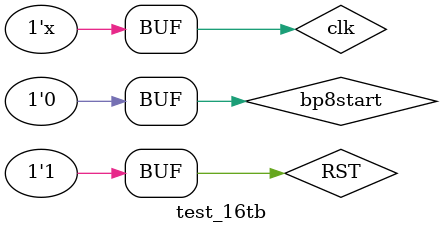
<source format=v>
`timescale 1ns / 1ps


module test_16tb(

    );
    reg [31:0]LLRfromPS[3:0];
    wire [7:0]bpo8;
    reg clk;
    wire busy8;
    reg RST;
    reg bp8start;
    
    always #5 clk = ~clk;
    
    initial begin
    clk <= 0;
    RST <= 1;
    LLRfromPS[0] <= 32'h01000101;
    LLRfromPS[1] <= 32'hff00ffff;
    LLRfromPS[2] <= 32'hffffffff;
    LLRfromPS[3] <= 32'hff01ff01;
    bp8start <= 0;
    #10  bp8start <= 1;
    #10  bp8start <= 0;
    
    end
    
                bp_16_8  bp_16_8out (
               .clk (clk),
               .rst_n (RST),
               .start (bp8start),
               .en_busy (busy8),
               .LLR_1 (LLRfromPS[0][31:24]),
               .LLR_2 (LLRfromPS[0][23:16]),
               .LLR_3 (LLRfromPS[0][15:8]),
               .LLR_4 (LLRfromPS[0][7:0]),
               .LLR_5 (LLRfromPS[1][31:24] ),
               .LLR_6 (LLRfromPS[1][23:16]),
               .LLR_7 (LLRfromPS[1][15:8] ),
               .LLR_8 (LLRfromPS[1][7:0] ),
               .LLR_9 (LLRfromPS[2][31:24]),
               .LLR_10 (LLRfromPS[2][23:16] ),
               .LLR_11 (LLRfromPS[2][15:8] ),
               .LLR_12 (LLRfromPS[2][7:0] ),
               .LLR_13 (LLRfromPS[3][31:24]),
               .LLR_14 (LLRfromPS[3][23:16] ),
               .LLR_15 (LLRfromPS[3][15:8] ),
               .LLR_16 (LLRfromPS[3][7:0] ),
               .OUT_8 (bpo8[7]),
               .OUT_10 (bpo8[6]),
               .OUT_11 (bpo8[5]),
               .OUT_12 (bpo8[4]),
               .OUT_13 (bpo8[3]),
               .OUT_14 (bpo8[2]),
               .OUT_15 (bpo8[1]),
               .OUT_16  (bpo8[0])
             );
endmodule

</source>
